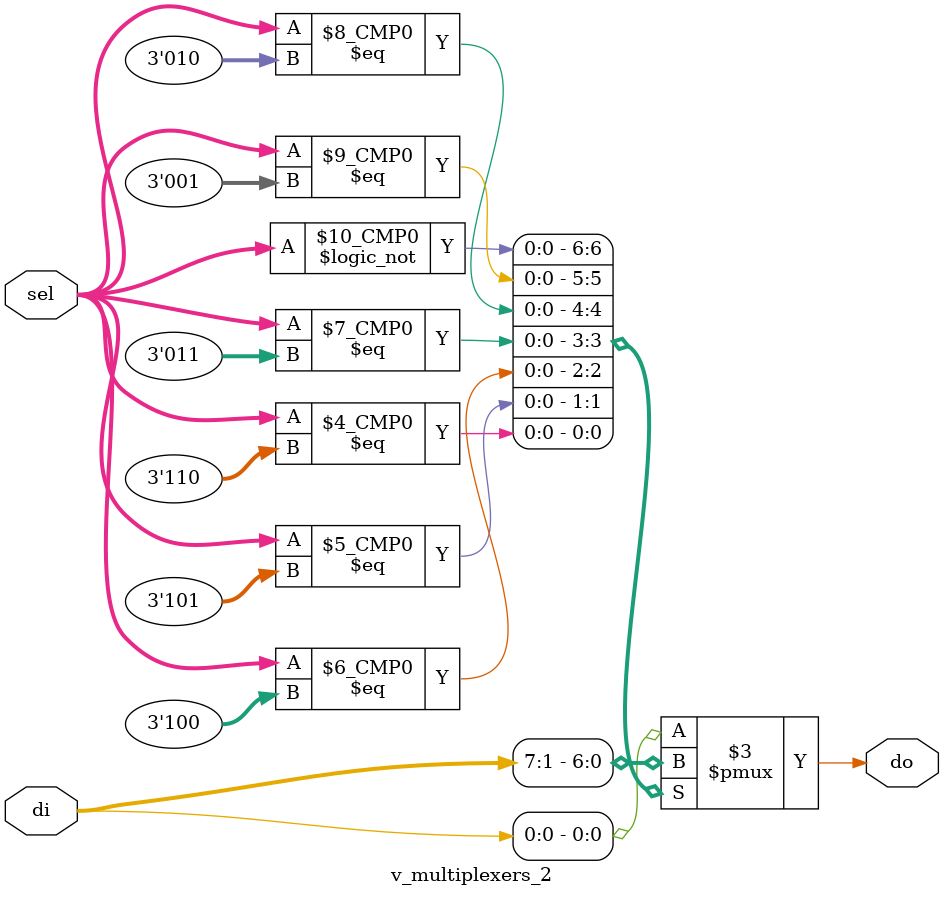
<source format=v>
module v_multiplexers_2 (di, sel, do);
    input [7:0] di;
    input [2:0] sel;
    output reg  do;
    
    always @(sel or di)
    begin
        case (sel)
            3'b000  : do = di[7];
            3'b001  : do = di[6];
            3'b010  : do = di[5];
            3'b011  : do = di[4];
            3'b100  : do = di[3];
            3'b101  : do = di[2];
            3'b110  : do = di[1];
            default : do = di[0];
        endcase
    end
endmodule

</source>
